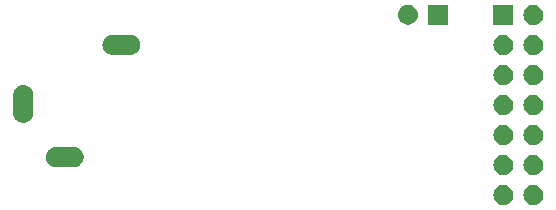
<source format=gbr>
%TF.GenerationSoftware,KiCad,Pcbnew,7.0.7*%
%TF.CreationDate,2023-09-21T17:56:25-04:00*%
%TF.ProjectId,Little_Master_Board,4c697474-6c65-45f4-9d61-737465725f42,rev?*%
%TF.SameCoordinates,Original*%
%TF.FileFunction,Soldermask,Bot*%
%TF.FilePolarity,Negative*%
%FSLAX46Y46*%
G04 Gerber Fmt 4.6, Leading zero omitted, Abs format (unit mm)*
G04 Created by KiCad (PCBNEW 7.0.7) date 2023-09-21 17:56:25*
%MOMM*%
%LPD*%
G01*
G04 APERTURE LIST*
G04 APERTURE END LIST*
G36*
X154237464Y-76026602D02*
G01*
X154399800Y-76098878D01*
X154543561Y-76203327D01*
X154662464Y-76335383D01*
X154751314Y-76489274D01*
X154806225Y-76658275D01*
X154824800Y-76835000D01*
X154806225Y-77011725D01*
X154751314Y-77180726D01*
X154662464Y-77334617D01*
X154543561Y-77466673D01*
X154399800Y-77571122D01*
X154237464Y-77643398D01*
X154063649Y-77680344D01*
X153885951Y-77680344D01*
X153712136Y-77643398D01*
X153549800Y-77571122D01*
X153406039Y-77466673D01*
X153287136Y-77334617D01*
X153198286Y-77180726D01*
X153143375Y-77011725D01*
X153124800Y-76835000D01*
X153143375Y-76658275D01*
X153198286Y-76489274D01*
X153287136Y-76335383D01*
X153406039Y-76203327D01*
X153549800Y-76098878D01*
X153712136Y-76026602D01*
X153885951Y-75989656D01*
X154063649Y-75989656D01*
X154237464Y-76026602D01*
G37*
G36*
X156777464Y-76026602D02*
G01*
X156939800Y-76098878D01*
X157083561Y-76203327D01*
X157202464Y-76335383D01*
X157291314Y-76489274D01*
X157346225Y-76658275D01*
X157364800Y-76835000D01*
X157346225Y-77011725D01*
X157291314Y-77180726D01*
X157202464Y-77334617D01*
X157083561Y-77466673D01*
X156939800Y-77571122D01*
X156777464Y-77643398D01*
X156603649Y-77680344D01*
X156425951Y-77680344D01*
X156252136Y-77643398D01*
X156089800Y-77571122D01*
X155946039Y-77466673D01*
X155827136Y-77334617D01*
X155738286Y-77180726D01*
X155683375Y-77011725D01*
X155664800Y-76835000D01*
X155683375Y-76658275D01*
X155738286Y-76489274D01*
X155827136Y-76335383D01*
X155946039Y-76203327D01*
X156089800Y-76098878D01*
X156252136Y-76026602D01*
X156425951Y-75989656D01*
X156603649Y-75989656D01*
X156777464Y-76026602D01*
G37*
G36*
X154237464Y-73486602D02*
G01*
X154399800Y-73558878D01*
X154543561Y-73663327D01*
X154662464Y-73795383D01*
X154751314Y-73949274D01*
X154806225Y-74118275D01*
X154824800Y-74295000D01*
X154806225Y-74471725D01*
X154751314Y-74640726D01*
X154662464Y-74794617D01*
X154543561Y-74926673D01*
X154399800Y-75031122D01*
X154237464Y-75103398D01*
X154063649Y-75140344D01*
X153885951Y-75140344D01*
X153712136Y-75103398D01*
X153549800Y-75031122D01*
X153406039Y-74926673D01*
X153287136Y-74794617D01*
X153198286Y-74640726D01*
X153143375Y-74471725D01*
X153124800Y-74295000D01*
X153143375Y-74118275D01*
X153198286Y-73949274D01*
X153287136Y-73795383D01*
X153406039Y-73663327D01*
X153549800Y-73558878D01*
X153712136Y-73486602D01*
X153885951Y-73449656D01*
X154063649Y-73449656D01*
X154237464Y-73486602D01*
G37*
G36*
X156777464Y-73486602D02*
G01*
X156939800Y-73558878D01*
X157083561Y-73663327D01*
X157202464Y-73795383D01*
X157291314Y-73949274D01*
X157346225Y-74118275D01*
X157364800Y-74295000D01*
X157346225Y-74471725D01*
X157291314Y-74640726D01*
X157202464Y-74794617D01*
X157083561Y-74926673D01*
X156939800Y-75031122D01*
X156777464Y-75103398D01*
X156603649Y-75140344D01*
X156425951Y-75140344D01*
X156252136Y-75103398D01*
X156089800Y-75031122D01*
X155946039Y-74926673D01*
X155827136Y-74794617D01*
X155738286Y-74640726D01*
X155683375Y-74471725D01*
X155664800Y-74295000D01*
X155683375Y-74118275D01*
X155738286Y-73949274D01*
X155827136Y-73795383D01*
X155946039Y-73663327D01*
X156089800Y-73558878D01*
X156252136Y-73486602D01*
X156425951Y-73449656D01*
X156603649Y-73449656D01*
X156777464Y-73486602D01*
G37*
G36*
X117681350Y-72762418D02*
G01*
X117724728Y-72771966D01*
X117766713Y-72776379D01*
X117812787Y-72791349D01*
X117862122Y-72802209D01*
X117899664Y-72819578D01*
X117936855Y-72831662D01*
X117981511Y-72857444D01*
X118030114Y-72879930D01*
X118060603Y-72903107D01*
X118091778Y-72921106D01*
X118132426Y-72957705D01*
X118177471Y-72991948D01*
X118200282Y-73018803D01*
X118224724Y-73040811D01*
X118258714Y-73087595D01*
X118297302Y-73133024D01*
X118312371Y-73161448D01*
X118329875Y-73185540D01*
X118354673Y-73241238D01*
X118384004Y-73296562D01*
X118391789Y-73324603D01*
X118402637Y-73348967D01*
X118415967Y-73411683D01*
X118433524Y-73474915D01*
X118434933Y-73500911D01*
X118439831Y-73523953D01*
X118439831Y-73591241D01*
X118443545Y-73659743D01*
X118439831Y-73682397D01*
X118439831Y-73702846D01*
X118425172Y-73771810D01*
X118413599Y-73842404D01*
X118406243Y-73860865D01*
X118402637Y-73877832D01*
X118372624Y-73945242D01*
X118345086Y-74014358D01*
X118335667Y-74028248D01*
X118329875Y-74041260D01*
X118284528Y-74103674D01*
X118241211Y-74167563D01*
X118231266Y-74176982D01*
X118224724Y-74185988D01*
X118164786Y-74239956D01*
X118106829Y-74294856D01*
X118097740Y-74300324D01*
X118091778Y-74305693D01*
X118018590Y-74347947D01*
X117948225Y-74390285D01*
X117941102Y-74392684D01*
X117936855Y-74395137D01*
X117851865Y-74422752D01*
X117772815Y-74449387D01*
X117768421Y-74449864D01*
X117766713Y-74450420D01*
X117665531Y-74461054D01*
X117588800Y-74469400D01*
X117586135Y-74469400D01*
X116083465Y-74469400D01*
X116080800Y-74469400D01*
X115988250Y-74464382D01*
X115944865Y-74454832D01*
X115902886Y-74450420D01*
X115856819Y-74435451D01*
X115807478Y-74424591D01*
X115769930Y-74407219D01*
X115732744Y-74395137D01*
X115688092Y-74369357D01*
X115639486Y-74346870D01*
X115608994Y-74323690D01*
X115577821Y-74305693D01*
X115537174Y-74269094D01*
X115492129Y-74234852D01*
X115469317Y-74207995D01*
X115444875Y-74185988D01*
X115410883Y-74139202D01*
X115372298Y-74093776D01*
X115357229Y-74065352D01*
X115339724Y-74041259D01*
X115314923Y-73985555D01*
X115285596Y-73930238D01*
X115277811Y-73902199D01*
X115266962Y-73877832D01*
X115253629Y-73815104D01*
X115236076Y-73751885D01*
X115234666Y-73725893D01*
X115229768Y-73702846D01*
X115229768Y-73635539D01*
X115226055Y-73567057D01*
X115229768Y-73544408D01*
X115229768Y-73523953D01*
X115244431Y-73454964D01*
X115256001Y-73384396D01*
X115263354Y-73365941D01*
X115266962Y-73348967D01*
X115296988Y-73281526D01*
X115324514Y-73212442D01*
X115333927Y-73198557D01*
X115339724Y-73185539D01*
X115385095Y-73123090D01*
X115428389Y-73059237D01*
X115438327Y-73049822D01*
X115444875Y-73040811D01*
X115504854Y-72986805D01*
X115562771Y-72931944D01*
X115571853Y-72926479D01*
X115577821Y-72921106D01*
X115651074Y-72878813D01*
X115721375Y-72836515D01*
X115728491Y-72834117D01*
X115732744Y-72831662D01*
X115817845Y-72804010D01*
X115896785Y-72777413D01*
X115901172Y-72776935D01*
X115902886Y-72776379D01*
X116004201Y-72765730D01*
X116080800Y-72757400D01*
X117588800Y-72757400D01*
X117681350Y-72762418D01*
G37*
G36*
X154237464Y-70946602D02*
G01*
X154399800Y-71018878D01*
X154543561Y-71123327D01*
X154662464Y-71255383D01*
X154751314Y-71409274D01*
X154806225Y-71578275D01*
X154824800Y-71755000D01*
X154806225Y-71931725D01*
X154751314Y-72100726D01*
X154662464Y-72254617D01*
X154543561Y-72386673D01*
X154399800Y-72491122D01*
X154237464Y-72563398D01*
X154063649Y-72600344D01*
X153885951Y-72600344D01*
X153712136Y-72563398D01*
X153549800Y-72491122D01*
X153406039Y-72386673D01*
X153287136Y-72254617D01*
X153198286Y-72100726D01*
X153143375Y-71931725D01*
X153124800Y-71755000D01*
X153143375Y-71578275D01*
X153198286Y-71409274D01*
X153287136Y-71255383D01*
X153406039Y-71123327D01*
X153549800Y-71018878D01*
X153712136Y-70946602D01*
X153885951Y-70909656D01*
X154063649Y-70909656D01*
X154237464Y-70946602D01*
G37*
G36*
X156777464Y-70946602D02*
G01*
X156939800Y-71018878D01*
X157083561Y-71123327D01*
X157202464Y-71255383D01*
X157291314Y-71409274D01*
X157346225Y-71578275D01*
X157364800Y-71755000D01*
X157346225Y-71931725D01*
X157291314Y-72100726D01*
X157202464Y-72254617D01*
X157083561Y-72386673D01*
X156939800Y-72491122D01*
X156777464Y-72563398D01*
X156603649Y-72600344D01*
X156425951Y-72600344D01*
X156252136Y-72563398D01*
X156089800Y-72491122D01*
X155946039Y-72386673D01*
X155827136Y-72254617D01*
X155738286Y-72100726D01*
X155683375Y-71931725D01*
X155664800Y-71755000D01*
X155683375Y-71578275D01*
X155738286Y-71409274D01*
X155827136Y-71255383D01*
X155946039Y-71123327D01*
X156089800Y-71018878D01*
X156252136Y-70946602D01*
X156425951Y-70909656D01*
X156603649Y-70909656D01*
X156777464Y-70946602D01*
G37*
G36*
X113403791Y-67508368D02*
G01*
X113424246Y-67508368D01*
X113493230Y-67523031D01*
X113563804Y-67534601D01*
X113582259Y-67541954D01*
X113599232Y-67545562D01*
X113666664Y-67575584D01*
X113735758Y-67603114D01*
X113749644Y-67612529D01*
X113762660Y-67618324D01*
X113825094Y-67663685D01*
X113888963Y-67706989D01*
X113898379Y-67716930D01*
X113907388Y-67723475D01*
X113961374Y-67783432D01*
X114016256Y-67841371D01*
X114021722Y-67850456D01*
X114027093Y-67856421D01*
X114069361Y-67929633D01*
X114111685Y-67999975D01*
X114114084Y-68007095D01*
X114116537Y-68011344D01*
X114144161Y-68096361D01*
X114170787Y-68175385D01*
X114171264Y-68179776D01*
X114171820Y-68181486D01*
X114182456Y-68282680D01*
X114190800Y-68359400D01*
X114190800Y-69867400D01*
X114185782Y-69959950D01*
X114176232Y-70003335D01*
X114171820Y-70045313D01*
X114156852Y-70091377D01*
X114145991Y-70140722D01*
X114128618Y-70178272D01*
X114116537Y-70215455D01*
X114090759Y-70260102D01*
X114068270Y-70308714D01*
X114045088Y-70339209D01*
X114027093Y-70370378D01*
X113990499Y-70411019D01*
X113956252Y-70456071D01*
X113929391Y-70478886D01*
X113907388Y-70503324D01*
X113860610Y-70537309D01*
X113815176Y-70575902D01*
X113786747Y-70590973D01*
X113762659Y-70608475D01*
X113706966Y-70633270D01*
X113651638Y-70662604D01*
X113623593Y-70670390D01*
X113599232Y-70681237D01*
X113536514Y-70694568D01*
X113473285Y-70712124D01*
X113447292Y-70713533D01*
X113424246Y-70718432D01*
X113356940Y-70718432D01*
X113288457Y-70722145D01*
X113265809Y-70718432D01*
X113245354Y-70718432D01*
X113176375Y-70703769D01*
X113105796Y-70692199D01*
X113087336Y-70684843D01*
X113070367Y-70681237D01*
X113002947Y-70651220D01*
X112933842Y-70623686D01*
X112919953Y-70614269D01*
X112906939Y-70608475D01*
X112844510Y-70563118D01*
X112780637Y-70519811D01*
X112771219Y-70509869D01*
X112762211Y-70503324D01*
X112708223Y-70443365D01*
X112653344Y-70385429D01*
X112647877Y-70376343D01*
X112642506Y-70370378D01*
X112600227Y-70297149D01*
X112557915Y-70226825D01*
X112555516Y-70219706D01*
X112553062Y-70215455D01*
X112525419Y-70130381D01*
X112498813Y-70051415D01*
X112498335Y-70047026D01*
X112497779Y-70045313D01*
X112487133Y-69944027D01*
X112478800Y-69867400D01*
X112478800Y-68359400D01*
X112483818Y-68266850D01*
X112493366Y-68223472D01*
X112497779Y-68181486D01*
X112512750Y-68135409D01*
X112523609Y-68086078D01*
X112540976Y-68048537D01*
X112553062Y-68011344D01*
X112578846Y-67966683D01*
X112601330Y-67918086D01*
X112624505Y-67887599D01*
X112642506Y-67856421D01*
X112679110Y-67815767D01*
X112713348Y-67770729D01*
X112740200Y-67747920D01*
X112762211Y-67723475D01*
X112809003Y-67689478D01*
X112854424Y-67650898D01*
X112882843Y-67635830D01*
X112906940Y-67618324D01*
X112962650Y-67593520D01*
X113017962Y-67564196D01*
X113045997Y-67556411D01*
X113070367Y-67545562D01*
X113133097Y-67532228D01*
X113196315Y-67514676D01*
X113222306Y-67513266D01*
X113245354Y-67508368D01*
X113312660Y-67508368D01*
X113381143Y-67504655D01*
X113403791Y-67508368D01*
G37*
G36*
X154237464Y-68406602D02*
G01*
X154399800Y-68478878D01*
X154543561Y-68583327D01*
X154662464Y-68715383D01*
X154751314Y-68869274D01*
X154806225Y-69038275D01*
X154824800Y-69215000D01*
X154806225Y-69391725D01*
X154751314Y-69560726D01*
X154662464Y-69714617D01*
X154543561Y-69846673D01*
X154399800Y-69951122D01*
X154237464Y-70023398D01*
X154063649Y-70060344D01*
X153885951Y-70060344D01*
X153712136Y-70023398D01*
X153549800Y-69951122D01*
X153406039Y-69846673D01*
X153287136Y-69714617D01*
X153198286Y-69560726D01*
X153143375Y-69391725D01*
X153124800Y-69215000D01*
X153143375Y-69038275D01*
X153198286Y-68869274D01*
X153287136Y-68715383D01*
X153406039Y-68583327D01*
X153549800Y-68478878D01*
X153712136Y-68406602D01*
X153885951Y-68369656D01*
X154063649Y-68369656D01*
X154237464Y-68406602D01*
G37*
G36*
X156777464Y-68406602D02*
G01*
X156939800Y-68478878D01*
X157083561Y-68583327D01*
X157202464Y-68715383D01*
X157291314Y-68869274D01*
X157346225Y-69038275D01*
X157364800Y-69215000D01*
X157346225Y-69391725D01*
X157291314Y-69560726D01*
X157202464Y-69714617D01*
X157083561Y-69846673D01*
X156939800Y-69951122D01*
X156777464Y-70023398D01*
X156603649Y-70060344D01*
X156425951Y-70060344D01*
X156252136Y-70023398D01*
X156089800Y-69951122D01*
X155946039Y-69846673D01*
X155827136Y-69714617D01*
X155738286Y-69560726D01*
X155683375Y-69391725D01*
X155664800Y-69215000D01*
X155683375Y-69038275D01*
X155738286Y-68869274D01*
X155827136Y-68715383D01*
X155946039Y-68583327D01*
X156089800Y-68478878D01*
X156252136Y-68406602D01*
X156425951Y-68369656D01*
X156603649Y-68369656D01*
X156777464Y-68406602D01*
G37*
G36*
X154237464Y-65866602D02*
G01*
X154399800Y-65938878D01*
X154543561Y-66043327D01*
X154662464Y-66175383D01*
X154751314Y-66329274D01*
X154806225Y-66498275D01*
X154824800Y-66675000D01*
X154806225Y-66851725D01*
X154751314Y-67020726D01*
X154662464Y-67174617D01*
X154543561Y-67306673D01*
X154399800Y-67411122D01*
X154237464Y-67483398D01*
X154063649Y-67520344D01*
X153885951Y-67520344D01*
X153712136Y-67483398D01*
X153549800Y-67411122D01*
X153406039Y-67306673D01*
X153287136Y-67174617D01*
X153198286Y-67020726D01*
X153143375Y-66851725D01*
X153124800Y-66675000D01*
X153143375Y-66498275D01*
X153198286Y-66329274D01*
X153287136Y-66175383D01*
X153406039Y-66043327D01*
X153549800Y-65938878D01*
X153712136Y-65866602D01*
X153885951Y-65829656D01*
X154063649Y-65829656D01*
X154237464Y-65866602D01*
G37*
G36*
X156777464Y-65866602D02*
G01*
X156939800Y-65938878D01*
X157083561Y-66043327D01*
X157202464Y-66175383D01*
X157291314Y-66329274D01*
X157346225Y-66498275D01*
X157364800Y-66675000D01*
X157346225Y-66851725D01*
X157291314Y-67020726D01*
X157202464Y-67174617D01*
X157083561Y-67306673D01*
X156939800Y-67411122D01*
X156777464Y-67483398D01*
X156603649Y-67520344D01*
X156425951Y-67520344D01*
X156252136Y-67483398D01*
X156089800Y-67411122D01*
X155946039Y-67306673D01*
X155827136Y-67174617D01*
X155738286Y-67020726D01*
X155683375Y-66851725D01*
X155664800Y-66675000D01*
X155683375Y-66498275D01*
X155738286Y-66329274D01*
X155827136Y-66175383D01*
X155946039Y-66043327D01*
X156089800Y-65938878D01*
X156252136Y-65866602D01*
X156425951Y-65829656D01*
X156603649Y-65829656D01*
X156777464Y-65866602D01*
G37*
G36*
X154237464Y-63326602D02*
G01*
X154399800Y-63398878D01*
X154543561Y-63503327D01*
X154662464Y-63635383D01*
X154751314Y-63789274D01*
X154806225Y-63958275D01*
X154824800Y-64135000D01*
X154806225Y-64311725D01*
X154751314Y-64480726D01*
X154662464Y-64634617D01*
X154543561Y-64766673D01*
X154399800Y-64871122D01*
X154237464Y-64943398D01*
X154063649Y-64980344D01*
X153885951Y-64980344D01*
X153712136Y-64943398D01*
X153549800Y-64871122D01*
X153406039Y-64766673D01*
X153287136Y-64634617D01*
X153198286Y-64480726D01*
X153143375Y-64311725D01*
X153124800Y-64135000D01*
X153143375Y-63958275D01*
X153198286Y-63789274D01*
X153287136Y-63635383D01*
X153406039Y-63503327D01*
X153549800Y-63398878D01*
X153712136Y-63326602D01*
X153885951Y-63289656D01*
X154063649Y-63289656D01*
X154237464Y-63326602D01*
G37*
G36*
X156777464Y-63326602D02*
G01*
X156939800Y-63398878D01*
X157083561Y-63503327D01*
X157202464Y-63635383D01*
X157291314Y-63789274D01*
X157346225Y-63958275D01*
X157364800Y-64135000D01*
X157346225Y-64311725D01*
X157291314Y-64480726D01*
X157202464Y-64634617D01*
X157083561Y-64766673D01*
X156939800Y-64871122D01*
X156777464Y-64943398D01*
X156603649Y-64980344D01*
X156425951Y-64980344D01*
X156252136Y-64943398D01*
X156089800Y-64871122D01*
X155946039Y-64766673D01*
X155827136Y-64634617D01*
X155738286Y-64480726D01*
X155683375Y-64311725D01*
X155664800Y-64135000D01*
X155683375Y-63958275D01*
X155738286Y-63789274D01*
X155827136Y-63635383D01*
X155946039Y-63503327D01*
X156089800Y-63398878D01*
X156252136Y-63326602D01*
X156425951Y-63289656D01*
X156603649Y-63289656D01*
X156777464Y-63326602D01*
G37*
G36*
X122481350Y-63262418D02*
G01*
X122524728Y-63271966D01*
X122566713Y-63276379D01*
X122612787Y-63291349D01*
X122662122Y-63302209D01*
X122699664Y-63319578D01*
X122736855Y-63331662D01*
X122781511Y-63357444D01*
X122830114Y-63379930D01*
X122860603Y-63403107D01*
X122891778Y-63421106D01*
X122932426Y-63457705D01*
X122977471Y-63491948D01*
X123000282Y-63518803D01*
X123024724Y-63540811D01*
X123058714Y-63587595D01*
X123097302Y-63633024D01*
X123112371Y-63661448D01*
X123129875Y-63685540D01*
X123154673Y-63741238D01*
X123184004Y-63796562D01*
X123191789Y-63824603D01*
X123202637Y-63848967D01*
X123215967Y-63911683D01*
X123233524Y-63974915D01*
X123234933Y-64000911D01*
X123239831Y-64023953D01*
X123239831Y-64091241D01*
X123243545Y-64159743D01*
X123239831Y-64182397D01*
X123239831Y-64202846D01*
X123225172Y-64271810D01*
X123213599Y-64342404D01*
X123206243Y-64360865D01*
X123202637Y-64377832D01*
X123172624Y-64445242D01*
X123145086Y-64514358D01*
X123135667Y-64528248D01*
X123129875Y-64541260D01*
X123084528Y-64603674D01*
X123041211Y-64667563D01*
X123031266Y-64676982D01*
X123024724Y-64685988D01*
X122964786Y-64739956D01*
X122906829Y-64794856D01*
X122897740Y-64800324D01*
X122891778Y-64805693D01*
X122818590Y-64847947D01*
X122748225Y-64890285D01*
X122741102Y-64892684D01*
X122736855Y-64895137D01*
X122651865Y-64922752D01*
X122572815Y-64949387D01*
X122568421Y-64949864D01*
X122566713Y-64950420D01*
X122465531Y-64961054D01*
X122388800Y-64969400D01*
X122386135Y-64969400D01*
X120883465Y-64969400D01*
X120880800Y-64969400D01*
X120788250Y-64964382D01*
X120744865Y-64954832D01*
X120702886Y-64950420D01*
X120656819Y-64935451D01*
X120607478Y-64924591D01*
X120569930Y-64907219D01*
X120532744Y-64895137D01*
X120488092Y-64869357D01*
X120439486Y-64846870D01*
X120408994Y-64823690D01*
X120377821Y-64805693D01*
X120337174Y-64769094D01*
X120292129Y-64734852D01*
X120269317Y-64707995D01*
X120244875Y-64685988D01*
X120210883Y-64639202D01*
X120172298Y-64593776D01*
X120157229Y-64565352D01*
X120139724Y-64541259D01*
X120114923Y-64485555D01*
X120085596Y-64430238D01*
X120077811Y-64402199D01*
X120066962Y-64377832D01*
X120053629Y-64315104D01*
X120036076Y-64251885D01*
X120034666Y-64225893D01*
X120029768Y-64202846D01*
X120029768Y-64135539D01*
X120026055Y-64067057D01*
X120029768Y-64044408D01*
X120029768Y-64023953D01*
X120044431Y-63954964D01*
X120056001Y-63884396D01*
X120063354Y-63865941D01*
X120066962Y-63848967D01*
X120096988Y-63781526D01*
X120124514Y-63712442D01*
X120133927Y-63698557D01*
X120139724Y-63685539D01*
X120185095Y-63623090D01*
X120228389Y-63559237D01*
X120238327Y-63549822D01*
X120244875Y-63540811D01*
X120304854Y-63486805D01*
X120362771Y-63431944D01*
X120371853Y-63426479D01*
X120377821Y-63421106D01*
X120451074Y-63378813D01*
X120521375Y-63336515D01*
X120528491Y-63334117D01*
X120532744Y-63331662D01*
X120617845Y-63304010D01*
X120696785Y-63277413D01*
X120701172Y-63276935D01*
X120702886Y-63276379D01*
X120804201Y-63265730D01*
X120880800Y-63257400D01*
X122388800Y-63257400D01*
X122481350Y-63262418D01*
G37*
G36*
X154824800Y-62445000D02*
G01*
X153124800Y-62445000D01*
X153124800Y-60745000D01*
X154824800Y-60745000D01*
X154824800Y-62445000D01*
G37*
G36*
X156777464Y-60786602D02*
G01*
X156939800Y-60858878D01*
X157083561Y-60963327D01*
X157202464Y-61095383D01*
X157291314Y-61249274D01*
X157346225Y-61418275D01*
X157364800Y-61595000D01*
X157346225Y-61771725D01*
X157291314Y-61940726D01*
X157202464Y-62094617D01*
X157083561Y-62226673D01*
X156939800Y-62331122D01*
X156777464Y-62403398D01*
X156603649Y-62440344D01*
X156425951Y-62440344D01*
X156252136Y-62403398D01*
X156089800Y-62331122D01*
X155946039Y-62226673D01*
X155827136Y-62094617D01*
X155738286Y-61940726D01*
X155683375Y-61771725D01*
X155664800Y-61595000D01*
X155683375Y-61418275D01*
X155738286Y-61249274D01*
X155827136Y-61095383D01*
X155946039Y-60963327D01*
X156089800Y-60858878D01*
X156252136Y-60786602D01*
X156425951Y-60749656D01*
X156603649Y-60749656D01*
X156777464Y-60786602D01*
G37*
G36*
X149267200Y-62419600D02*
G01*
X147567200Y-62419600D01*
X147567200Y-60719600D01*
X149267200Y-60719600D01*
X149267200Y-62419600D01*
G37*
G36*
X146139864Y-60761202D02*
G01*
X146302200Y-60833478D01*
X146445961Y-60937927D01*
X146564864Y-61069983D01*
X146653714Y-61223874D01*
X146708625Y-61392875D01*
X146727200Y-61569600D01*
X146708625Y-61746325D01*
X146653714Y-61915326D01*
X146564864Y-62069217D01*
X146445961Y-62201273D01*
X146302200Y-62305722D01*
X146139864Y-62377998D01*
X145966049Y-62414944D01*
X145788351Y-62414944D01*
X145614536Y-62377998D01*
X145452200Y-62305722D01*
X145308439Y-62201273D01*
X145189536Y-62069217D01*
X145100686Y-61915326D01*
X145045775Y-61746325D01*
X145027200Y-61569600D01*
X145045775Y-61392875D01*
X145100686Y-61223874D01*
X145189536Y-61069983D01*
X145308439Y-60937927D01*
X145452200Y-60833478D01*
X145614536Y-60761202D01*
X145788351Y-60724256D01*
X145966049Y-60724256D01*
X146139864Y-60761202D01*
G37*
M02*

</source>
